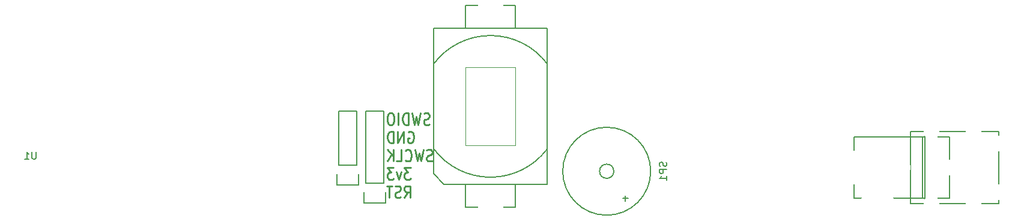
<source format=gbo>
%FSLAX46Y46*%
G04 Gerber Fmt 4.6, Leading zero omitted, Abs format (unit mm)*
G04 Created by KiCad (PCBNEW (2014-10-27 BZR 5228)-product) date 7/19/2015 11:06:38 AM*
%MOMM*%
G01*
G04 APERTURE LIST*
%ADD10C,0.100000*%
%ADD11C,0.254000*%
%ADD12C,0.066040*%
%ADD13C,0.152400*%
%ADD14C,0.150000*%
%ADD15R,3.599180X2.598420*%
%ADD16R,1.300000X1.300000*%
%ADD17C,1.300000*%
%ADD18C,4.800600*%
%ADD19R,4.800600X4.800600*%
%ADD20C,2.286000*%
%ADD21R,1.905000X1.905000*%
%ADD22C,1.905000*%
%ADD23C,1.998980*%
%ADD24R,1.400000X1.900000*%
%ADD25O,1.400000X1.900000*%
%ADD26C,1.000760*%
%ADD27R,2.032000X1.727200*%
%ADD28O,2.032000X1.727200*%
%ADD29C,2.000000*%
G04 APERTURE END LIST*
D10*
D11*
X66384714Y-35542462D02*
X66185142Y-35621081D01*
X65852523Y-35621081D01*
X65719476Y-35542462D01*
X65652952Y-35463843D01*
X65586428Y-35306605D01*
X65586428Y-35149367D01*
X65652952Y-34992129D01*
X65719476Y-34913510D01*
X65852523Y-34834890D01*
X66118619Y-34756271D01*
X66251666Y-34677652D01*
X66318190Y-34599033D01*
X66384714Y-34441795D01*
X66384714Y-34284557D01*
X66318190Y-34127319D01*
X66251666Y-34048700D01*
X66118619Y-33970081D01*
X65785999Y-33970081D01*
X65586428Y-34048700D01*
X65120762Y-33970081D02*
X64788143Y-35621081D01*
X64522047Y-34441795D01*
X64255952Y-35621081D01*
X63923333Y-33970081D01*
X63391143Y-35621081D02*
X63391143Y-33970081D01*
X63058524Y-33970081D01*
X62858952Y-34048700D01*
X62725905Y-34205938D01*
X62659381Y-34363176D01*
X62592857Y-34677652D01*
X62592857Y-34913510D01*
X62659381Y-35227986D01*
X62725905Y-35385224D01*
X62858952Y-35542462D01*
X63058524Y-35621081D01*
X63391143Y-35621081D01*
X61994143Y-35621081D02*
X61994143Y-33970081D01*
X61062810Y-33970081D02*
X60796714Y-33970081D01*
X60663667Y-34048700D01*
X60530619Y-34205938D01*
X60464095Y-34520414D01*
X60464095Y-35070748D01*
X60530619Y-35385224D01*
X60663667Y-35542462D01*
X60796714Y-35621081D01*
X61062810Y-35621081D01*
X61195857Y-35542462D01*
X61328905Y-35385224D01*
X61395429Y-35070748D01*
X61395429Y-34520414D01*
X61328905Y-34205938D01*
X61195857Y-34048700D01*
X61062810Y-33970081D01*
X63391143Y-36614100D02*
X63524191Y-36535481D01*
X63723762Y-36535481D01*
X63923334Y-36614100D01*
X64056381Y-36771338D01*
X64122905Y-36928576D01*
X64189429Y-37243052D01*
X64189429Y-37478910D01*
X64122905Y-37793386D01*
X64056381Y-37950624D01*
X63923334Y-38107862D01*
X63723762Y-38186481D01*
X63590714Y-38186481D01*
X63391143Y-38107862D01*
X63324619Y-38029243D01*
X63324619Y-37478910D01*
X63590714Y-37478910D01*
X62725905Y-38186481D02*
X62725905Y-36535481D01*
X61927619Y-38186481D01*
X61927619Y-36535481D01*
X61262381Y-38186481D02*
X61262381Y-36535481D01*
X60929762Y-36535481D01*
X60730190Y-36614100D01*
X60597143Y-36771338D01*
X60530619Y-36928576D01*
X60464095Y-37243052D01*
X60464095Y-37478910D01*
X60530619Y-37793386D01*
X60597143Y-37950624D01*
X60730190Y-38107862D01*
X60929762Y-38186481D01*
X61262381Y-38186481D01*
X66783857Y-40673262D02*
X66584285Y-40751881D01*
X66251666Y-40751881D01*
X66118619Y-40673262D01*
X66052095Y-40594643D01*
X65985571Y-40437405D01*
X65985571Y-40280167D01*
X66052095Y-40122929D01*
X66118619Y-40044310D01*
X66251666Y-39965690D01*
X66517762Y-39887071D01*
X66650809Y-39808452D01*
X66717333Y-39729833D01*
X66783857Y-39572595D01*
X66783857Y-39415357D01*
X66717333Y-39258119D01*
X66650809Y-39179500D01*
X66517762Y-39100881D01*
X66185142Y-39100881D01*
X65985571Y-39179500D01*
X65519905Y-39100881D02*
X65187286Y-40751881D01*
X64921190Y-39572595D01*
X64655095Y-40751881D01*
X64322476Y-39100881D01*
X62992000Y-40594643D02*
X63058524Y-40673262D01*
X63258095Y-40751881D01*
X63391143Y-40751881D01*
X63590715Y-40673262D01*
X63723762Y-40516024D01*
X63790286Y-40358786D01*
X63856810Y-40044310D01*
X63856810Y-39808452D01*
X63790286Y-39493976D01*
X63723762Y-39336738D01*
X63590715Y-39179500D01*
X63391143Y-39100881D01*
X63258095Y-39100881D01*
X63058524Y-39179500D01*
X62992000Y-39258119D01*
X61728048Y-40751881D02*
X62393286Y-40751881D01*
X62393286Y-39100881D01*
X61262381Y-40751881D02*
X61262381Y-39100881D01*
X60464095Y-40751881D02*
X61062810Y-39808452D01*
X60464095Y-39100881D02*
X61262381Y-40044310D01*
X63723762Y-41666281D02*
X62858952Y-41666281D01*
X63324619Y-42295233D01*
X63125047Y-42295233D01*
X62992000Y-42373852D01*
X62925476Y-42452471D01*
X62858952Y-42609710D01*
X62858952Y-43002805D01*
X62925476Y-43160043D01*
X62992000Y-43238662D01*
X63125047Y-43317281D01*
X63524190Y-43317281D01*
X63657238Y-43238662D01*
X63723762Y-43160043D01*
X62393286Y-42216614D02*
X62060667Y-43317281D01*
X61728047Y-42216614D01*
X61328905Y-41666281D02*
X60464095Y-41666281D01*
X60929762Y-42295233D01*
X60730190Y-42295233D01*
X60597143Y-42373852D01*
X60530619Y-42452471D01*
X60464095Y-42609710D01*
X60464095Y-43002805D01*
X60530619Y-43160043D01*
X60597143Y-43238662D01*
X60730190Y-43317281D01*
X61129333Y-43317281D01*
X61262381Y-43238662D01*
X61328905Y-43160043D01*
X62858952Y-45882681D02*
X63324619Y-45096490D01*
X63657238Y-45882681D02*
X63657238Y-44231681D01*
X63125047Y-44231681D01*
X62992000Y-44310300D01*
X62925476Y-44388919D01*
X62858952Y-44546157D01*
X62858952Y-44782014D01*
X62925476Y-44939252D01*
X62992000Y-45017871D01*
X63125047Y-45096490D01*
X63657238Y-45096490D01*
X62326762Y-45804062D02*
X62127190Y-45882681D01*
X61794571Y-45882681D01*
X61661524Y-45804062D01*
X61595000Y-45725443D01*
X61528476Y-45568205D01*
X61528476Y-45410967D01*
X61595000Y-45253729D01*
X61661524Y-45175110D01*
X61794571Y-45096490D01*
X62060667Y-45017871D01*
X62193714Y-44939252D01*
X62260238Y-44860633D01*
X62326762Y-44703395D01*
X62326762Y-44546157D01*
X62260238Y-44388919D01*
X62193714Y-44310300D01*
X62060667Y-44231681D01*
X61728047Y-44231681D01*
X61528476Y-44310300D01*
X61129333Y-44231681D02*
X60331048Y-44231681D01*
X60730191Y-45882681D02*
X60730191Y-44231681D01*
D12*
X78491080Y-27520900D02*
X78491080Y-38519100D01*
X78491080Y-38519100D02*
X71495920Y-38519100D01*
X71495920Y-27520900D02*
X71495920Y-38519100D01*
X78491080Y-27520900D02*
X71495920Y-27520900D01*
D13*
X66995040Y-22021800D02*
X66995040Y-27020520D01*
X66995040Y-27020520D02*
X66995040Y-39019480D01*
X66995040Y-39019480D02*
X66995040Y-42519600D01*
X66995040Y-42519600D02*
X68394580Y-44018200D01*
X68394580Y-44018200D02*
X71485760Y-44018200D01*
X71485760Y-44018200D02*
X78501240Y-44018200D01*
X78501240Y-44018200D02*
X82991960Y-44018200D01*
X82991960Y-44018200D02*
X82991960Y-39019480D01*
X82991960Y-39019480D02*
X82991960Y-27020520D01*
X82991960Y-27020520D02*
X82991960Y-22021800D01*
X82991960Y-22021800D02*
X78501240Y-22021800D01*
X78501240Y-22021800D02*
X71485760Y-22021800D01*
X71485760Y-22021800D02*
X66995040Y-22021800D01*
X71485760Y-44018200D02*
X71485760Y-47218600D01*
X71485760Y-47218600D02*
X73195180Y-47218600D01*
X76791820Y-47218600D02*
X78501240Y-47218600D01*
X78501240Y-47218600D02*
X78501240Y-44018200D01*
X71485760Y-22021800D02*
X71485760Y-18821400D01*
X71485760Y-18821400D02*
X73195180Y-18821400D01*
X76791820Y-18821400D02*
X78501240Y-18821400D01*
X78501240Y-18821400D02*
X78501240Y-22021800D01*
X73195180Y-18821400D02*
X76791820Y-18821400D01*
X73195180Y-47218600D02*
X76791820Y-47218600D01*
X82992102Y-39019291D02*
G75*
G02X66995040Y-39019480I-7998602J6027231D01*
G01*
X66994898Y-27020709D02*
G75*
G02X82991960Y-27020520I7998602J-6027231D01*
G01*
D14*
X138938000Y-37338000D02*
X139700000Y-37338000D01*
X139700000Y-37338000D02*
X139700000Y-45974000D01*
X139700000Y-45974000D02*
X138938000Y-45974000D01*
X135890000Y-37338000D02*
X135890000Y-45974000D01*
X126238000Y-37338000D02*
X126238000Y-45974000D01*
X138938000Y-45974000D02*
X126238000Y-45974000D01*
X138938000Y-37338000D02*
X126238000Y-37338000D01*
X136271000Y-46736000D02*
X136271000Y-36576000D01*
X134239000Y-46736000D02*
X146685000Y-46736000D01*
X146685000Y-46736000D02*
X146685000Y-36576000D01*
X146685000Y-36576000D02*
X134239000Y-36576000D01*
X134239000Y-36576000D02*
X134239000Y-46736000D01*
X57124000Y-45085000D02*
X57124000Y-46635000D01*
X57124000Y-46635000D02*
X60224000Y-46635000D01*
X60224000Y-46635000D02*
X60224000Y-45085000D01*
X59944000Y-43815000D02*
X59944000Y-33655000D01*
X59944000Y-33655000D02*
X57404000Y-33655000D01*
X57404000Y-33655000D02*
X57404000Y-43815000D01*
X59944000Y-43815000D02*
X57404000Y-43815000D01*
X92377260Y-42164000D02*
G75*
G03X92377260Y-42164000I-1000760J0D01*
G01*
X97576640Y-42164000D02*
G75*
G03X97576640Y-42164000I-6200140J0D01*
G01*
X53594000Y-41275000D02*
X53594000Y-33655000D01*
X56134000Y-41275000D02*
X56134000Y-33655000D01*
X56414000Y-44095000D02*
X56414000Y-42545000D01*
X53594000Y-33655000D02*
X56134000Y-33655000D01*
X56134000Y-41275000D02*
X53594000Y-41275000D01*
X53314000Y-42545000D02*
X53314000Y-44095000D01*
X53314000Y-44095000D02*
X56414000Y-44095000D01*
X10931905Y-39457381D02*
X10931905Y-40266905D01*
X10884286Y-40362143D01*
X10836667Y-40409762D01*
X10741429Y-40457381D01*
X10550952Y-40457381D01*
X10455714Y-40409762D01*
X10408095Y-40362143D01*
X10360476Y-40266905D01*
X10360476Y-39457381D01*
X9360476Y-40457381D02*
X9931905Y-40457381D01*
X9646191Y-40457381D02*
X9646191Y-39457381D01*
X9741429Y-39600238D01*
X9836667Y-39695476D01*
X9931905Y-39743095D01*
X99782262Y-40902095D02*
X99829881Y-41044952D01*
X99829881Y-41283048D01*
X99782262Y-41378286D01*
X99734643Y-41425905D01*
X99639405Y-41473524D01*
X99544167Y-41473524D01*
X99448929Y-41425905D01*
X99401310Y-41378286D01*
X99353690Y-41283048D01*
X99306071Y-41092571D01*
X99258452Y-40997333D01*
X99210833Y-40949714D01*
X99115595Y-40902095D01*
X99020357Y-40902095D01*
X98925119Y-40949714D01*
X98877500Y-40997333D01*
X98829881Y-41092571D01*
X98829881Y-41330667D01*
X98877500Y-41473524D01*
X99829881Y-41902095D02*
X98829881Y-41902095D01*
X98829881Y-42283048D01*
X98877500Y-42378286D01*
X98925119Y-42425905D01*
X99020357Y-42473524D01*
X99163214Y-42473524D01*
X99258452Y-42425905D01*
X99306071Y-42378286D01*
X99353690Y-42283048D01*
X99353690Y-41902095D01*
X99829881Y-43425905D02*
X99829881Y-42854476D01*
X99829881Y-43140190D02*
X98829881Y-43140190D01*
X98972738Y-43044952D01*
X99067976Y-42949714D01*
X99115595Y-42854476D01*
X93987929Y-45593048D02*
X93987929Y-46354953D01*
X94368881Y-45974001D02*
X93606976Y-45974001D01*
%LPC*%
D15*
X74993500Y-47668180D03*
X74993500Y-18371820D03*
D16*
X116840000Y-37338000D03*
D17*
X118840000Y-37338000D03*
D16*
X116840000Y-43434000D03*
D17*
X118840000Y-43434000D03*
D16*
X96266000Y-42672000D03*
D17*
X94266000Y-42672000D03*
D16*
X96266000Y-35052000D03*
D17*
X94266000Y-35052000D03*
D18*
X131826000Y-41656000D03*
D19*
X125730000Y-41656000D03*
D18*
X129540000Y-46736000D03*
D20*
X137160000Y-46736000D03*
X137160000Y-36576000D03*
X143129000Y-46736000D03*
X143129000Y-36576000D03*
X146685000Y-45085000D03*
X146685000Y-38227000D03*
X143129000Y-41656000D03*
X139700000Y-41656000D03*
D21*
X102108000Y-42164000D03*
D22*
X102108000Y-47244000D03*
D23*
X117856000Y-33147000D03*
X107696000Y-33147000D03*
D24*
X2540000Y-32385000D03*
D25*
X5080000Y-32385000D03*
X7620000Y-32385000D03*
X10160000Y-32385000D03*
X12700000Y-32385000D03*
X15240000Y-32385000D03*
X17780000Y-32385000D03*
X20320000Y-32385000D03*
X22860000Y-32385000D03*
X25400000Y-32385000D03*
X27940000Y-32385000D03*
X30480000Y-32385000D03*
X33020000Y-32385000D03*
X35560000Y-32385000D03*
X38100000Y-32385000D03*
X40640000Y-32385000D03*
X43180000Y-32385000D03*
X45720000Y-32385000D03*
X48260000Y-32385000D03*
X50800000Y-32385000D03*
X50800000Y-47625000D03*
X48260000Y-47625000D03*
X45720000Y-47625000D03*
X43180000Y-47625000D03*
X40640000Y-47625000D03*
X38100000Y-47625000D03*
X35560000Y-47625000D03*
X33020000Y-47625000D03*
X30480000Y-47625000D03*
X27940000Y-47625000D03*
X25400000Y-47625000D03*
X22860000Y-47625000D03*
X20320000Y-47625000D03*
X17780000Y-47625000D03*
X15240000Y-47625000D03*
X12700000Y-47625000D03*
X10160000Y-47625000D03*
X7620000Y-47625000D03*
X5080000Y-47625000D03*
X2540000Y-47625000D03*
D26*
X6701320Y-44606680D02*
X7055142Y-44252858D01*
X8184858Y-43123142D02*
X8538680Y-42769320D01*
D27*
X58674000Y-45085000D03*
D28*
X58674000Y-42545000D03*
X58674000Y-40005000D03*
X58674000Y-37465000D03*
X58674000Y-34925000D03*
D29*
X91376500Y-45963840D03*
X91376500Y-38364160D03*
D27*
X54864000Y-42545000D03*
D28*
X54864000Y-40005000D03*
X54864000Y-37465000D03*
X54864000Y-34925000D03*
M02*

</source>
